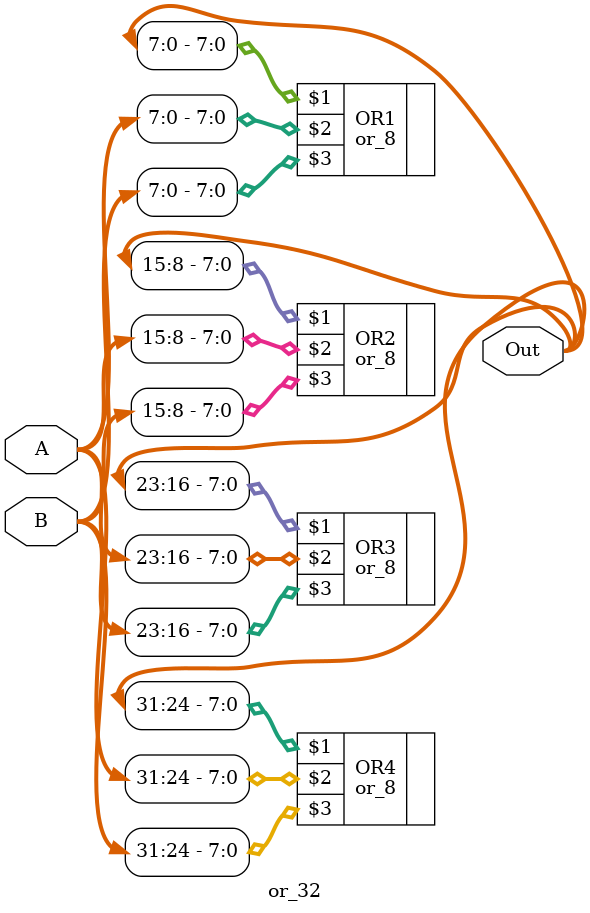
<source format=v>
module or_32(Out, A, B);
    input[31:0] A, B;
    output[31:0] Out;

    or_8 OR1(Out[7:0], A[7:0], B[7:0]);
    or_8 OR2(Out[15:8], A[15:8], B[15:8]);
    or_8 OR3(Out[23:16], A[23:16], B[23:16]);
    or_8 OR4(Out[31:24], A[31:24], B[31:24]);
endmodule
</source>
